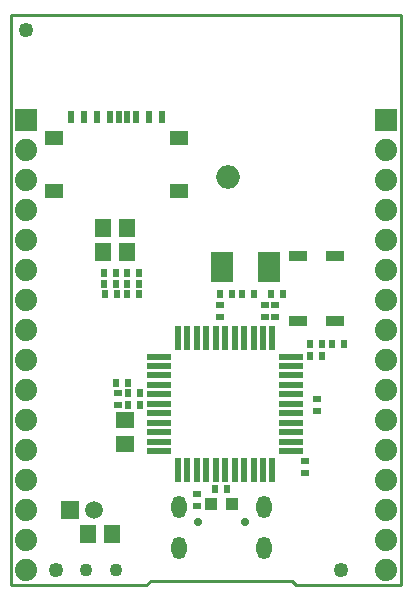
<source format=gbr>
G04 #@! TF.GenerationSoftware,KiCad,Pcbnew,no-vcs-found-bf44d39~61~ubuntu16.04.1*
G04 #@! TF.CreationDate,2018-01-10T12:05:20+02:00*
G04 #@! TF.ProjectId,ESP32-PRO_Rev_B,45535033322D50524F5F5265765F422E,C*
G04 #@! TF.SameCoordinates,Original*
G04 #@! TF.FileFunction,Soldermask,Bot*
G04 #@! TF.FilePolarity,Negative*
%FSLAX46Y46*%
G04 Gerber Fmt 4.6, Leading zero omitted, Abs format (unit mm)*
G04 Created by KiCad (PCBNEW no-vcs-found-bf44d39~61~ubuntu16.04.1) date Wed Jan 10 12:05:20 2018*
%MOMM*%
%LPD*%
G01*
G04 APERTURE LIST*
%ADD10C,0.254000*%
%ADD11O,2.000000X2.000000*%
%ADD12O,1.301600X1.901600*%
%ADD13C,0.700000*%
%ADD14R,1.601600X0.901600*%
%ADD15R,1.625600X1.371600*%
%ADD16R,0.601600X0.651600*%
%ADD17R,1.601600X1.301600*%
%ADD18R,0.601600X1.101600*%
%ADD19R,1.371600X1.625600*%
%ADD20C,1.254000*%
%ADD21R,1.501600X1.501600*%
%ADD22C,1.501600*%
%ADD23R,1.117600X1.117600*%
%ADD24C,1.101600*%
%ADD25C,1.879600*%
%ADD26R,1.879600X1.879600*%
%ADD27R,1.899920X2.499360*%
%ADD28R,2.101600X0.501600*%
%ADD29R,0.501600X2.101600*%
%ADD30R,0.651600X0.601600*%
G04 APERTURE END LIST*
D10*
X151130000Y-109220000D02*
X160020000Y-109220000D01*
X150749000Y-108839000D02*
X151130000Y-109220000D01*
X138811000Y-108839000D02*
X150749000Y-108839000D01*
X138430000Y-109220000D02*
X138811000Y-108839000D01*
X127000000Y-109220000D02*
X138430000Y-109220000D01*
X127000000Y-60960000D02*
X160020000Y-60960000D01*
X127000000Y-109220000D02*
X127000000Y-60960000D01*
X160020000Y-109220000D02*
X160020000Y-60960000D01*
D11*
X145323000Y-74677000D03*
D12*
X148380000Y-106041000D03*
X148380000Y-102571000D03*
X141180000Y-102571000D03*
X141180000Y-106041000D03*
D13*
X146780000Y-103891000D03*
X142780000Y-103891000D03*
D14*
X154432000Y-86868000D03*
X151232000Y-86868000D03*
X151232000Y-81368000D03*
X154432000Y-81368000D03*
D15*
X136652000Y-95250000D03*
X136652000Y-97282000D03*
D16*
X145288000Y-101092000D03*
X144272000Y-101092000D03*
D17*
X130590000Y-75806000D03*
X141190000Y-75806000D03*
X130590000Y-71356000D03*
X141190000Y-71356000D03*
D18*
X139740000Y-69606000D03*
X138640000Y-69606000D03*
X137540000Y-69606000D03*
X136790000Y-69606000D03*
X136090000Y-69606000D03*
X135340000Y-69606000D03*
X134240000Y-69606000D03*
X133140000Y-69606000D03*
X132040000Y-69606000D03*
D19*
X134747000Y-81026000D03*
X136779000Y-81026000D03*
D20*
X128270000Y-62230000D03*
X130810000Y-107950000D03*
X154940000Y-107950000D03*
D21*
X131960620Y-102892860D03*
D22*
X133972300Y-102890320D03*
D23*
X145669000Y-102362000D03*
X143891000Y-102362000D03*
D24*
X135890000Y-107950000D03*
D19*
X133477000Y-104902000D03*
X135509000Y-104902000D03*
X136779000Y-78994000D03*
X134747000Y-78994000D03*
D25*
X128270000Y-105410000D03*
X128270000Y-107950000D03*
X128270000Y-102870000D03*
X128270000Y-100330000D03*
X128270000Y-95250000D03*
X128270000Y-97790000D03*
X128270000Y-92710000D03*
X128270000Y-90170000D03*
X128270000Y-85090000D03*
X128270000Y-87630000D03*
X128270000Y-82550000D03*
X128270000Y-80010000D03*
D26*
X128270000Y-69850000D03*
D25*
X128270000Y-72390000D03*
X128270000Y-74930000D03*
X128270000Y-77470000D03*
X158750000Y-77470000D03*
X158750000Y-74930000D03*
X158750000Y-72390000D03*
D26*
X158750000Y-69850000D03*
D25*
X158750000Y-80010000D03*
X158750000Y-82550000D03*
X158750000Y-87630000D03*
X158750000Y-85090000D03*
X158750000Y-90170000D03*
X158750000Y-92710000D03*
X158750000Y-97790000D03*
X158750000Y-95250000D03*
X158750000Y-100330000D03*
X158750000Y-102870000D03*
X158750000Y-107950000D03*
X158750000Y-105410000D03*
D24*
X133350000Y-107950000D03*
D27*
X148810980Y-82296000D03*
X144813020Y-82296000D03*
D28*
X150710000Y-97865000D03*
X150710000Y-97065000D03*
X150710000Y-96265000D03*
X150710000Y-95465000D03*
X150710000Y-94665000D03*
X150710000Y-93865000D03*
X150710000Y-93065000D03*
X150710000Y-92265000D03*
X150710000Y-91465000D03*
X150710000Y-90665000D03*
X150710000Y-89865000D03*
D29*
X149110000Y-88265000D03*
X148310000Y-88265000D03*
X147510000Y-88265000D03*
X146710000Y-88265000D03*
X145910000Y-88265000D03*
X145110000Y-88265000D03*
X144310000Y-88265000D03*
X143510000Y-88265000D03*
X142710000Y-88265000D03*
X141910000Y-88265000D03*
X141110000Y-88265000D03*
D28*
X139510000Y-89865000D03*
X139510000Y-90665000D03*
X139510000Y-91465000D03*
X139510000Y-92265000D03*
X139510000Y-93065000D03*
X139510000Y-93865000D03*
X139510000Y-94665000D03*
X139510000Y-95465000D03*
X139510000Y-96265000D03*
X139510000Y-97065000D03*
X139510000Y-97865000D03*
D29*
X141110000Y-99465000D03*
X141910000Y-99465000D03*
X142710000Y-99465000D03*
X143510000Y-99465000D03*
X144310000Y-99465000D03*
X145110000Y-99465000D03*
X145910000Y-99465000D03*
X146710000Y-99465000D03*
X147510000Y-99465000D03*
X148310000Y-99465000D03*
X149110000Y-99465000D03*
D30*
X151892000Y-99695000D03*
X151892000Y-98679000D03*
X136017000Y-92964000D03*
X136017000Y-93980000D03*
D16*
X137922000Y-93980000D03*
X136906000Y-93980000D03*
D30*
X152908000Y-93472000D03*
X152908000Y-94488000D03*
X144653000Y-86487000D03*
X144653000Y-85471000D03*
X142748000Y-102489000D03*
X142748000Y-101473000D03*
D16*
X136906000Y-92075000D03*
X135890000Y-92075000D03*
X145669000Y-84582000D03*
X144653000Y-84582000D03*
X149987000Y-84582000D03*
X148971000Y-84582000D03*
X154178000Y-88773000D03*
X155194000Y-88773000D03*
D30*
X149352000Y-85471000D03*
X149352000Y-86487000D03*
D16*
X147574000Y-84582000D03*
X146558000Y-84582000D03*
X153289000Y-88773000D03*
X152273000Y-88773000D03*
X135890000Y-83693000D03*
X134874000Y-83693000D03*
D30*
X148463000Y-86487000D03*
X148463000Y-85471000D03*
D16*
X152273000Y-89789000D03*
X153289000Y-89789000D03*
X137795000Y-82804000D03*
X136779000Y-82804000D03*
X135890000Y-82804000D03*
X134874000Y-82804000D03*
X136779000Y-84582000D03*
X137795000Y-84582000D03*
X136779000Y-83693000D03*
X137795000Y-83693000D03*
X136906000Y-92964000D03*
X137922000Y-92964000D03*
X134937500Y-84582000D03*
X135953500Y-84582000D03*
M02*

</source>
